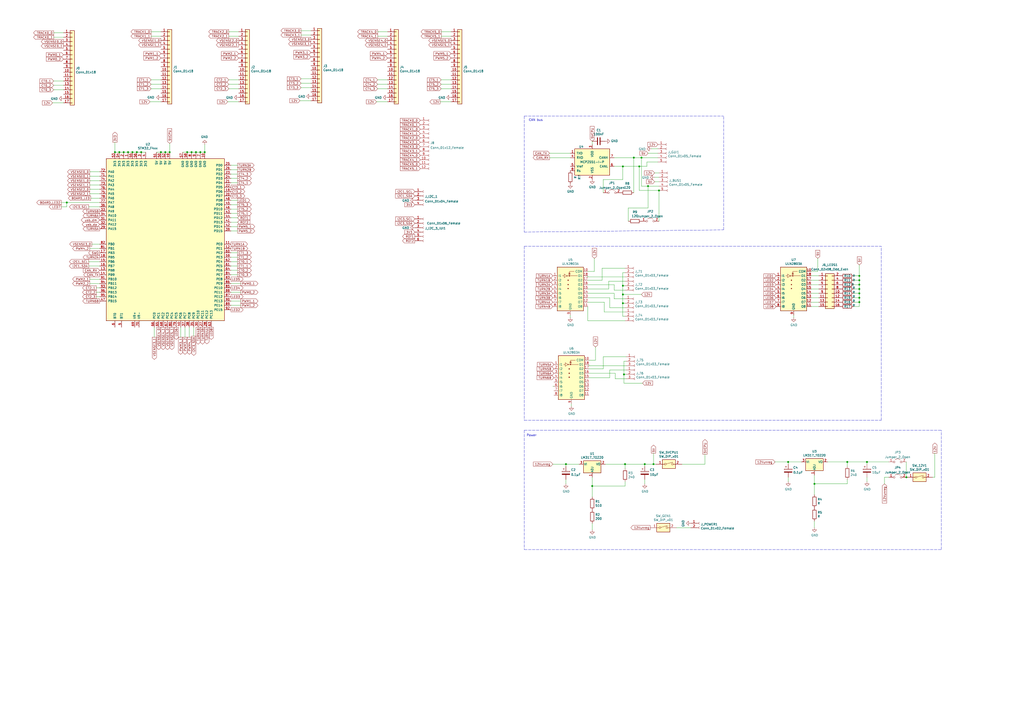
<source format=kicad_sch>
(kicad_sch (version 20211123) (generator eeschema)
  (paper "A2")
  (junction (at 498.475 175.26))
  (junction (at 38.735 117.475))
  (junction (at 472.44 280.67))
  (junction (at 79.375 88.265))
  (junction (at 95.885 88.265))
  (junction (at 498.475 165.1))
  (junction (at 74.295 88.265))
  (junction (at 93.345 88.265))
  (junction (at 457.2 267.97))
  (junction (at 71.755 88.265))
  (junction (at 118.745 88.265))
  (junction (at 498.475 167.64))
  (junction (at 362.585 269.24))
  (junction (at 113.665 88.265))
  (junction (at 370.84 96.52))
  (junction (at 498.475 172.72))
  (junction (at 98.425 88.265))
  (junction (at 498.475 170.18))
  (junction (at 375.92 107.95))
  (junction (at 502.92 267.97))
  (junction (at 108.585 88.265))
  (junction (at 361.315 96.52))
  (junction (at 367.665 91.44))
  (junction (at 76.835 88.265))
  (junction (at 111.125 88.265))
  (junction (at 361.95 217.17))
  (junction (at 361.315 165.735))
  (junction (at 525.78 276.86))
  (junction (at 66.675 88.265))
  (junction (at 361.315 175.895))
  (junction (at 491.49 267.97))
  (junction (at 116.205 88.265))
  (junction (at 498.475 160.02))
  (junction (at 343.535 281.94))
  (junction (at 328.295 269.24))
  (junction (at 382.27 110.49))
  (junction (at 374.015 269.24))
  (junction (at 81.915 88.265))
  (junction (at 361.315 170.815))
  (junction (at 379.095 269.24))
  (junction (at 69.215 88.265))
  (junction (at 498.475 162.56))
  (junction (at 372.11 91.44))
  (wire (pts (xy 219.075 18.415) (xy 224.79 18.415)))
  (wire (pts (xy 66.675 82.55) (xy 66.675 88.265)))
  (polyline (pts (xy 304.165 243.84) (xy 511.175 243.84)))
  (polyline (pts (xy 304.165 318.77) (xy 546.1 318.77)))
  (wire (pts (xy 93.345 88.265) (xy 90.805 88.265)))
  (wire (pts (xy 133.985 103.505) (xy 137.795 103.505)))
  (wire (pts (xy 495.3 165.1) (xy 498.475 165.1)))
  (wire (pts (xy 356.235 96.52) (xy 361.315 96.52)))
  (wire (pts (xy 139.7 169.545) (xy 133.985 169.545)))
  (wire (pts (xy 87.63 20.955) (xy 93.345 20.955)))
  (wire (pts (xy 133.985 146.685) (xy 137.795 146.685)))
  (wire (pts (xy 109.855 195.58) (xy 109.855 189.865)))
  (wire (pts (xy 472.44 302.26) (xy 472.44 306.07)))
  (wire (pts (xy 137.795 159.385) (xy 133.985 159.385)))
  (wire (pts (xy 375.285 93.98) (xy 381.635 93.98)))
  (polyline (pts (xy 419.735 133.35) (xy 419.735 67.31)))
  (wire (pts (xy 133.985 151.765) (xy 137.795 151.765)))
  (wire (pts (xy 320.675 269.24) (xy 328.295 269.24)))
  (wire (pts (xy 375.92 88.9) (xy 381.635 88.9)))
  (wire (pts (xy 470.535 167.64) (xy 474.98 167.64)))
  (wire (pts (xy 370.84 110.49) (xy 382.27 110.49)))
  (polyline (pts (xy 304.165 142.875) (xy 511.175 142.875)))
  (wire (pts (xy 349.885 111.76) (xy 349.885 104.14)))
  (wire (pts (xy 318.77 88.9) (xy 330.835 88.9)))
  (wire (pts (xy 495.3 160.02) (xy 498.475 160.02)))
  (wire (pts (xy 57.785 120.015) (xy 51.435 120.015)))
  (wire (pts (xy 370.84 96.52) (xy 375.285 96.52)))
  (wire (pts (xy 364.49 128.27) (xy 364.49 120.65)))
  (wire (pts (xy 79.375 88.265) (xy 81.915 88.265)))
  (wire (pts (xy 133.985 95.885) (xy 137.795 95.885)))
  (wire (pts (xy 498.475 165.1) (xy 498.475 167.64)))
  (wire (pts (xy 372.11 91.44) (xy 372.11 107.95)))
  (wire (pts (xy 331.47 235.585) (xy 331.47 234.315)))
  (wire (pts (xy 474.345 157.48) (xy 470.535 157.48)))
  (wire (pts (xy 491.49 267.97) (xy 491.49 270.51)))
  (wire (pts (xy 498.475 167.64) (xy 498.475 170.18)))
  (wire (pts (xy 345.44 201.295) (xy 345.44 208.915)))
  (wire (pts (xy 498.475 160.02) (xy 498.475 162.56)))
  (wire (pts (xy 57.785 99.695) (xy 52.07 99.695)))
  (wire (pts (xy 174.625 17.78) (xy 180.34 17.78)))
  (wire (pts (xy 174.625 45.72) (xy 180.34 45.72)))
  (wire (pts (xy 57.785 112.395) (xy 52.07 112.395)))
  (wire (pts (xy 349.885 104.14) (xy 361.315 104.14)))
  (wire (pts (xy 52.07 144.145) (xy 57.785 144.145)))
  (wire (pts (xy 344.805 149.86) (xy 344.805 157.48)))
  (wire (pts (xy 133.985 131.445) (xy 137.795 131.445)))
  (wire (pts (xy 353.695 172.72) (xy 340.995 172.72)))
  (wire (pts (xy 52.07 161.925) (xy 57.785 161.925)))
  (wire (pts (xy 116.205 88.265) (xy 118.745 88.265)))
  (wire (pts (xy 513.08 280.67) (xy 513.08 276.86)))
  (wire (pts (xy 362.585 178.435) (xy 353.695 178.435)))
  (wire (pts (xy 328.295 270.51) (xy 328.295 269.24)))
  (wire (pts (xy 180.34 58.42) (xy 173.99 58.42)))
  (wire (pts (xy 57.785 102.235) (xy 52.07 102.235)))
  (wire (pts (xy 375.285 93.98) (xy 375.285 96.52)))
  (wire (pts (xy 362.585 269.24) (xy 362.585 271.78)))
  (wire (pts (xy 361.315 170.815) (xy 372.11 170.815)))
  (wire (pts (xy 356.235 91.44) (xy 367.665 91.44)))
  (wire (pts (xy 382.27 110.49) (xy 382.27 128.27)))
  (wire (pts (xy 133.985 116.205) (xy 137.795 116.205)))
  (wire (pts (xy 133.985 100.965) (xy 137.795 100.965)))
  (wire (pts (xy 57.785 104.775) (xy 52.07 104.775)))
  (wire (pts (xy 219.075 48.895) (xy 224.79 48.895)))
  (wire (pts (xy 367.665 91.44) (xy 372.11 91.44)))
  (wire (pts (xy 335.915 269.24) (xy 328.295 269.24)))
  (wire (pts (xy 356.87 216.535) (xy 356.87 219.71)))
  (wire (pts (xy 353.695 219.075) (xy 341.63 219.075)))
  (wire (pts (xy 480.06 267.97) (xy 491.49 267.97)))
  (wire (pts (xy 219.075 20.955) (xy 224.79 20.955)))
  (wire (pts (xy 361.315 165.735) (xy 362.585 165.735)))
  (wire (pts (xy 343.535 281.94) (xy 343.535 288.29)))
  (wire (pts (xy 351.155 269.24) (xy 362.585 269.24)))
  (wire (pts (xy 474.345 149.86) (xy 474.345 157.48)))
  (wire (pts (xy 340.995 186.055) (xy 340.995 177.8)))
  (wire (pts (xy 133.985 106.045) (xy 137.795 106.045)))
  (wire (pts (xy 457.2 276.86) (xy 457.2 279.4)))
  (wire (pts (xy 472.44 280.67) (xy 472.44 275.59)))
  (wire (pts (xy 343.535 81.915) (xy 343.535 83.82)))
  (wire (pts (xy 470.535 165.1) (xy 474.98 165.1)))
  (wire (pts (xy 341.63 212.09) (xy 363.22 212.09)))
  (wire (pts (xy 356.235 165.1) (xy 356.235 168.275)))
  (wire (pts (xy 133.985 154.305) (xy 137.795 154.305)))
  (wire (pts (xy 57.785 167.005) (xy 55.88 167.005)))
  (wire (pts (xy 457.2 269.24) (xy 457.2 267.97)))
  (polyline (pts (xy 304.165 249.555) (xy 304.165 318.77)))
  (wire (pts (xy 31.115 46.99) (xy 36.83 46.99)))
  (wire (pts (xy 138.43 59.055) (xy 132.08 59.055)))
  (wire (pts (xy 137.795 126.365) (xy 133.985 126.365)))
  (wire (pts (xy 498.475 153.67) (xy 498.475 160.02)))
  (wire (pts (xy 38.735 120.015) (xy 38.735 117.475)))
  (wire (pts (xy 255.905 48.895) (xy 261.62 48.895)))
  (wire (pts (xy 174.625 20.32) (xy 180.34 20.32)))
  (wire (pts (xy 361.315 175.895) (xy 361.315 183.515)))
  (wire (pts (xy 133.985 118.745) (xy 137.795 118.745)))
  (wire (pts (xy 495.3 175.26) (xy 498.475 175.26)))
  (wire (pts (xy 364.49 120.65) (xy 375.92 120.65)))
  (wire (pts (xy 541.02 276.86) (xy 542.29 276.86)))
  (wire (pts (xy 111.125 88.265) (xy 113.665 88.265)))
  (wire (pts (xy 132.715 18.415) (xy 138.43 18.415)))
  (wire (pts (xy 491.49 267.97) (xy 502.92 267.97)))
  (wire (pts (xy 470.535 162.56) (xy 474.98 162.56)))
  (wire (pts (xy 362.585 180.975) (xy 350.52 180.975)))
  (wire (pts (xy 133.985 149.225) (xy 137.795 149.225)))
  (wire (pts (xy 362.585 183.515) (xy 361.315 183.515)))
  (wire (pts (xy 330.835 184.15) (xy 330.835 182.88)))
  (wire (pts (xy 502.92 279.4) (xy 502.92 276.86)))
  (wire (pts (xy 137.795 128.905) (xy 133.985 128.905)))
  (wire (pts (xy 31.115 21.59) (xy 36.83 21.59)))
  (wire (pts (xy 341.63 216.535) (xy 356.87 216.535)))
  (wire (pts (xy 361.95 222.25) (xy 372.745 222.25)))
  (wire (pts (xy 139.7 164.465) (xy 133.985 164.465)))
  (wire (pts (xy 69.215 88.265) (xy 71.755 88.265)))
  (wire (pts (xy 57.785 172.085) (xy 55.88 172.085)))
  (wire (pts (xy 133.985 121.285) (xy 137.795 121.285)))
  (wire (pts (xy 470.535 175.26) (xy 474.98 175.26)))
  (wire (pts (xy 133.985 123.825) (xy 137.795 123.825)))
  (wire (pts (xy 108.585 88.265) (xy 111.125 88.265)))
  (wire (pts (xy 255.905 20.955) (xy 261.62 20.955)))
  (wire (pts (xy 118.745 83.82) (xy 118.745 88.265)))
  (wire (pts (xy 353.695 178.435) (xy 353.695 172.72)))
  (polyline (pts (xy 304.165 134.62) (xy 419.735 133.35)))
  (wire (pts (xy 35.56 120.015) (xy 38.735 120.015)))
  (wire (pts (xy 400.685 306.07) (xy 392.43 306.07)))
  (wire (pts (xy 87.63 18.415) (xy 93.345 18.415)))
  (wire (pts (xy 460.375 184.15) (xy 460.375 182.88)))
  (wire (pts (xy 31.115 52.07) (xy 36.83 52.07)))
  (wire (pts (xy 361.315 175.895) (xy 362.585 175.895)))
  (wire (pts (xy 71.755 88.265) (xy 74.295 88.265)))
  (wire (pts (xy 379.73 100.33) (xy 382.27 100.33)))
  (wire (pts (xy 363.22 219.71) (xy 356.87 219.71)))
  (wire (pts (xy 341.63 212.09) (xy 341.63 211.455)))
  (wire (pts (xy 362.585 163.195) (xy 353.06 163.195)))
  (wire (pts (xy 57.785 109.855) (xy 52.07 109.855)))
  (wire (pts (xy 31.115 19.05) (xy 36.83 19.05)))
  (wire (pts (xy 107.315 195.58) (xy 107.315 189.865)))
  (wire (pts (xy 464.82 267.97) (xy 457.2 267.97)))
  (wire (pts (xy 356.235 170.18) (xy 340.995 170.18)))
  (wire (pts (xy 139.7 177.165) (xy 133.985 177.165)))
  (wire (pts (xy 57.785 114.935) (xy 52.705 114.935)))
  (wire (pts (xy 93.345 59.055) (xy 86.995 59.055)))
  (wire (pts (xy 57.785 151.765) (xy 51.435 151.765)))
  (wire (pts (xy 318.77 91.44) (xy 330.835 91.44)))
  (wire (pts (xy 361.315 170.815) (xy 361.315 165.735)))
  (wire (pts (xy 98.425 88.265) (xy 95.885 88.265)))
  (wire (pts (xy 139.7 174.625) (xy 133.985 174.625)))
  (wire (pts (xy 106.045 88.265) (xy 108.585 88.265)))
  (wire (pts (xy 36.83 59.69) (xy 30.48 59.69)))
  (wire (pts (xy 470.535 172.72) (xy 474.98 172.72)))
  (wire (pts (xy 66.675 88.265) (xy 69.215 88.265)))
  (wire (pts (xy 498.475 175.26) (xy 498.475 177.8)))
  (wire (pts (xy 361.95 217.17) (xy 363.22 217.17)))
  (wire (pts (xy 375.92 107.95) (xy 382.27 107.95)))
  (wire (pts (xy 502.92 267.97) (xy 515.62 267.97)))
  (wire (pts (xy 113.665 88.265) (xy 116.205 88.265)))
  (wire (pts (xy 472.44 280.67) (xy 472.44 287.02)))
  (wire (pts (xy 349.25 155.575) (xy 362.585 155.575)))
  (wire (pts (xy 361.315 96.52) (xy 370.84 96.52)))
  (wire (pts (xy 349.25 155.575) (xy 349.25 162.56)))
  (polyline (pts (xy 546.1 318.77) (xy 546.1 249.555)))
  (polyline (pts (xy 304.165 142.875) (xy 304.165 243.84)))
  (wire (pts (xy 470.535 170.18) (xy 474.98 170.18)))
  (wire (pts (xy 344.805 157.48) (xy 340.995 157.48)))
  (wire (pts (xy 219.075 46.355) (xy 224.79 46.355)))
  (wire (pts (xy 76.835 88.265) (xy 79.375 88.265)))
  (wire (pts (xy 133.985 133.985) (xy 137.795 133.985)))
  (wire (pts (xy 379.73 102.87) (xy 382.27 102.87)))
  (wire (pts (xy 374.015 269.24) (xy 379.095 269.24)))
  (wire (pts (xy 57.785 154.305) (xy 51.435 154.305)))
  (wire (pts (xy 57.785 169.545) (xy 55.88 169.545)))
  (wire (pts (xy 362.585 279.4) (xy 362.585 281.94)))
  (wire (pts (xy 174.625 50.8) (xy 180.34 50.8)))
  (polyline (pts (xy 511.175 243.84) (xy 511.175 142.875)))
  (wire (pts (xy 328.295 278.13) (xy 328.295 280.67)))
  (wire (pts (xy 52.07 164.465) (xy 57.785 164.465)))
  (wire (pts (xy 112.395 189.865) (xy 112.395 194.945)))
  (wire (pts (xy 502.92 269.24) (xy 502.92 267.97)))
  (wire (pts (xy 255.905 51.435) (xy 261.62 51.435)))
  (wire (pts (xy 495.3 172.72) (xy 498.475 172.72)))
  (wire (pts (xy 361.95 222.25) (xy 361.95 217.17)))
  (wire (pts (xy 81.915 88.265) (xy 84.455 88.265)))
  (wire (pts (xy 361.315 104.14) (xy 361.315 96.52)))
  (wire (pts (xy 349.885 207.01) (xy 349.885 213.995)))
  (wire (pts (xy 74.295 88.265) (xy 76.835 88.265)))
  (wire (pts (xy 349.885 207.01) (xy 363.22 207.01)))
  (wire (pts (xy 361.315 158.115) (xy 362.585 158.115)))
  (polyline (pts (xy 304.165 67.31) (xy 304.165 134.62)))
  (wire (pts (xy 87.63 51.435) (xy 93.345 51.435)))
  (wire (pts (xy 89.535 189.865) (xy 89.535 195.58)))
  (wire (pts (xy 491.49 278.13) (xy 491.49 280.67)))
  (wire (pts (xy 379.095 262.89) (xy 379.095 269.24)))
  (polyline (pts (xy 304.165 67.31) (xy 419.735 67.31)))
  (wire (pts (xy 132.715 51.435) (xy 138.43 51.435)))
  (wire (pts (xy 361.315 165.735) (xy 361.315 158.115)))
  (wire (pts (xy 379.73 105.41) (xy 382.27 105.41)))
  (wire (pts (xy 498.475 162.56) (xy 498.475 165.1)))
  (wire (pts (xy 362.585 173.355) (xy 356.235 173.355)))
  (wire (pts (xy 343.535 281.94) (xy 343.535 276.86)))
  (wire (pts (xy 87.63 48.895) (xy 93.345 48.895)))
  (wire (pts (xy 35.56 117.475) (xy 38.735 117.475)))
  (wire (pts (xy 470.535 160.02) (xy 474.98 160.02)))
  (wire (pts (xy 31.115 49.53) (xy 36.83 49.53)))
  (wire (pts (xy 95.885 88.265) (xy 93.345 88.265)))
  (wire (pts (xy 132.715 20.955) (xy 138.43 20.955)))
  (wire (pts (xy 53.34 141.605) (xy 57.785 141.605)))
  (wire (pts (xy 377.825 86.36) (xy 381.635 86.36)))
  (wire (pts (xy 340.995 160.655) (xy 362.585 160.655)))
  (wire (pts (xy 362.585 269.24) (xy 374.015 269.24)))
  (wire (pts (xy 345.44 208.915) (xy 341.63 208.915)))
  (wire (pts (xy 104.775 195.58) (xy 104.775 189.865)))
  (wire (pts (xy 133.985 98.425) (xy 137.795 98.425)))
  (wire (pts (xy 372.11 107.95) (xy 375.92 107.95)))
  (wire (pts (xy 513.08 276.86) (xy 515.62 276.86)))
  (wire (pts (xy 470.535 177.8) (xy 474.98 177.8)))
  (wire (pts (xy 261.62 59.055) (xy 255.27 59.055)))
  (wire (pts (xy 224.79 59.055) (xy 218.44 59.055)))
  (wire (pts (xy 133.985 156.845) (xy 137.795 156.845)))
  (wire (pts (xy 343.535 303.53) (xy 343.535 307.34)))
  (wire (pts (xy 367.665 91.44) (xy 367.665 111.76)))
  (wire (pts (xy 374.015 270.51) (xy 374.015 269.24)))
  (wire (pts (xy 320.675 224.155) (xy 321.31 224.155)))
  (wire (pts (xy 349.885 213.995) (xy 341.63 213.995)))
  (wire (pts (xy 542.29 276.86) (xy 542.29 262.89)))
  (wire (pts (xy 353.695 214.63) (xy 353.695 219.075)))
  (wire (pts (xy 340.995 165.1) (xy 356.235 165.1)))
  (wire (pts (xy 255.905 46.355) (xy 261.62 46.355)))
  (wire (pts (xy 491.49 280.67) (xy 472.44 280.67)))
  (wire (pts (xy 525.78 267.97) (xy 525.78 276.86)))
  (wire (pts (xy 361.315 175.895) (xy 361.315 170.815)))
  (wire (pts (xy 38.735 117.475) (xy 57.785 117.475)))
  (wire (pts (xy 98.425 83.185) (xy 98.425 88.265)))
  (wire (pts (xy 362.585 186.055) (xy 340.995 186.055)))
  (wire (pts (xy 498.475 170.18) (xy 498.475 172.72)))
  (wire (pts (xy 361.95 217.17) (xy 361.95 209.55)))
  (wire (pts (xy 370.84 96.52) (xy 370.84 110.49)))
  (wire (pts (xy 353.06 167.64) (xy 340.995 167.64)))
  (wire (pts (xy 498.475 172.72) (xy 498.475 175.26)))
  (wire (pts (xy 362.585 168.275) (xy 356.235 168.275)))
  (wire (pts (xy 374.015 280.67) (xy 374.015 278.13)))
  (wire (pts (xy 174.625 48.26) (xy 180.34 48.26)))
  (wire (pts (xy 350.52 180.975) (xy 350.52 175.26)))
  (wire (pts (xy 495.3 162.56) (xy 498.475 162.56)))
  (wire (pts (xy 379.095 269.24) (xy 380.365 269.24)))
  (wire (pts (xy 375.92 107.95) (xy 375.92 120.65)))
  (wire (pts (xy 363.22 214.63) (xy 353.695 214.63)))
  (wire (pts (xy 340.995 160.655) (xy 340.995 160.02)))
  (wire (pts (xy 219.075 51.435) (xy 224.79 51.435)))
  (wire (pts (xy 57.785 107.315) (xy 52.07 107.315)))
  (wire (pts (xy 449.58 267.97) (xy 457.2 267.97)))
  (wire (pts (xy 350.52 175.26) (xy 340.995 175.26)))
  (wire (pts (xy 87.63 46.355) (xy 93.345 46.355)))
  (wire (pts (xy 408.94 269.24) (xy 408.94 263.525)))
  (wire (pts (xy 362.585 281.94) (xy 343.535 281.94)))
  (wire (pts (xy 395.605 269.24) (xy 408.94 269.24)))
  (wire (pts (xy 495.3 167.64) (xy 498.475 167.64)))
  (wire (pts (xy 132.715 48.895) (xy 138.43 48.895)))
  (wire (pts (xy 495.3 177.8) (xy 498.475 177.8)))
  (wire (pts (xy 132.715 46.355) (xy 138.43 46.355)))
  (wire (pts (xy 356.235 173.355) (xy 356.235 170.18)))
  (wire (pts (xy 353.06 163.195) (xy 353.06 167.64)))
  (wire (pts (xy 255.905 18.415) (xy 261.62 18.415)))
  (polyline (pts (xy 304.165 249.555) (xy 546.1 249.555)))
  (wire (pts (xy 349.25 162.56) (xy 340.995 162.56)))
  (wire (pts (xy 498.475 170.18) (xy 495.3 170.18)))
  (wire (pts (xy 372.11 91.44) (xy 381.635 91.44)))
  (wire (pts (xy 361.95 209.55) (xy 363.22 209.55)))
  (text "CAN bus" (at 306.705 70.485 0) (effects (font (size 1.27 1.27)) (justify left bottom)))
  (text "Power" (at 305.435 253.365 0) (effects (font (size 1.27 1.27)) (justify left bottom)))
  (global_label "BOARD_LED" (shape output) (at 52.705 114.935 180) (property "Intersheet References" "${INTERSHEET_REFS}" (effects hide)))
  (global_label "PWM4_1" (shape input) (at 224.79 31.115 180) (property "Intersheet References" "${INTERSHEET_REFS}" (effects hide)))
  (global_label "CT1_1" (shape input) (at 87.63 46.355 180) (property "Intersheet References" "${INTERSHEET_REFS}" (effects hide)))
  (global_label "PWM3_2" (shape output) (at 107.315 195.58 270) (property "Intersheet References" "${INTERSHEET_REFS}" (effects hide)))
  (global_label "LED6" (shape output) (at 102.235 189.865 270) (property "Intersheet References" "${INTERSHEET_REFS}" (effects hide)))
  (global_label "TURN4A" (shape output) (at 120.015 189.865 270) (property "Intersheet References" "${INTERSHEET_REFS}" (effects hide)))
  (global_label "VSENSE0_0" (shape output) (at 36.83 24.13 180) (property "Intersheet References" "${INTERSHEET_REFS}" (effects hide)))
  (global_label "ROT2" (shape output) (at 240.665 139.7 180) (property "Intersheet References" "${INTERSHEET_REFS}" (effects hide)))
  (global_label "usb_dm" (shape bidirectional) (at 57.785 127.635 180) (property "Intersheet References" "${INTERSHEET_REFS}" (effects hide)))
  (global_label "CT5_1" (shape output) (at 137.795 123.825 0) (property "Intersheet References" "${INTERSHEET_REFS}" (effects hide)))
  (global_label "I2C1_SCL" (shape output) (at 51.435 151.765 180) (property "Intersheet References" "${INTERSHEET_REFS}" (effects hide)))
  (global_label "LED4" (shape input) (at 450.215 167.64 180) (property "Intersheet References" "${INTERSHEET_REFS}" (effects hide)))
  (global_label "PWM4_2" (shape input) (at 224.79 33.655 180) (property "Intersheet References" "${INTERSHEET_REFS}" (effects hide)))
  (global_label "VSENSE3_1" (shape output) (at 180.34 25.4 180) (property "Intersheet References" "${INTERSHEET_REFS}" (effects hide)))
  (global_label "usb_dp" (shape bidirectional) (at 57.785 130.175 180) (property "Intersheet References" "${INTERSHEET_REFS}" (effects hide)))
  (global_label "12V" (shape input) (at 379.73 100.33 180) (property "Intersheet References" "${INTERSHEET_REFS}" (effects hide)))
  (global_label "TRACK1_0" (shape input) (at 243.84 74.93 180) (property "Intersheet References" "${INTERSHEET_REFS}" (effects hide)))
  (global_label "TURN6A" (shape output) (at 57.785 125.095 180) (property "Intersheet References" "${INTERSHEET_REFS}" (effects hide)))
  (global_label "LED5" (shape output) (at 133.985 161.925 0) (property "Intersheet References" "${INTERSHEET_REFS}" (effects hide)))
  (global_label "TRACK0_1" (shape input) (at 243.84 72.39 180) (property "Intersheet References" "${INTERSHEET_REFS}" (effects hide)))
  (global_label "VSENSE4_1" (shape output) (at 94.615 189.865 270) (property "Intersheet References" "${INTERSHEET_REFS}" (effects hide)))
  (global_label "TURN3A" (shape input) (at 320.675 170.18 180) (property "Intersheet References" "${INTERSHEET_REFS}" (effects hide)))
  (global_label "CT4_1" (shape output) (at 137.795 106.045 0) (property "Intersheet References" "${INTERSHEET_REFS}" (effects hide)))
  (global_label "12V" (shape output) (at 255.27 59.055 180) (property "Intersheet References" "${INTERSHEET_REFS}" (effects hide)))
  (global_label "SWO" (shape output) (at 57.785 146.685 180) (property "Intersheet References" "${INTERSHEET_REFS}" (effects hide)))
  (global_label "CT0_1" (shape output) (at 137.795 151.765 0) (property "Intersheet References" "${INTERSHEET_REFS}" (effects hide)))
  (global_label "PWM0_2" (shape input) (at 36.83 34.29 180) (property "Intersheet References" "${INTERSHEET_REFS}" (effects hide)))
  (global_label "PWM0_1" (shape input) (at 36.83 31.75 180) (property "Intersheet References" "${INTERSHEET_REFS}" (effects hide)))
  (global_label "TURN1B" (shape output) (at 133.985 144.145 0) (property "Intersheet References" "${INTERSHEET_REFS}" (effects hide)))
  (global_label "VSENSE1_1" (shape output) (at 52.07 107.315 180) (property "Intersheet References" "${INTERSHEET_REFS}" (effects hide)))
  (global_label "I2C3_SDA" (shape output) (at 112.395 194.945 270) (property "Intersheet References" "${INTERSHEET_REFS}" (effects hide)))
  (global_label "PWM0_2" (shape output) (at 139.7 169.545 0) (property "Intersheet References" "${INTERSHEET_REFS}" (effects hide)))
  (global_label "PWM1_1" (shape output) (at 139.7 174.625 0) (property "Intersheet References" "${INTERSHEET_REFS}" (effects hide)))
  (global_label "VSENSE0_0" (shape output) (at 52.07 99.695 180) (property "Intersheet References" "${INTERSHEET_REFS}" (effects hide)))
  (global_label "TURN1B" (shape input) (at 320.675 162.56 180) (property "Intersheet References" "${INTERSHEET_REFS}" (effects hide)))
  (global_label "TURN4B" (shape output) (at 114.935 189.865 270) (property "Intersheet References" "${INTERSHEET_REFS}" (effects hide)))
  (global_label "CT4_2" (shape input) (at 219.075 48.895 180) (property "Intersheet References" "${INTERSHEET_REFS}" (effects hide)))
  (global_label "12Vunreg" (shape input) (at 449.58 267.97 180) (property "Intersheet References" "${INTERSHEET_REFS}" (effects hide)))
  (global_label "CT1_2" (shape input) (at 87.63 48.895 180) (property "Intersheet References" "${INTERSHEET_REFS}" (effects hide)))
  (global_label "VSENSE5_0" (shape output) (at 97.155 189.865 270) (property "Intersheet References" "${INTERSHEET_REFS}" (effects hide)))
  (global_label "CAN_TX" (shape input) (at 318.77 88.9 180) (property "Intersheet References" "${INTERSHEET_REFS}" (effects hide)))
  (global_label "CT0_2" (shape output) (at 137.795 156.845 0) (property "Intersheet References" "${INTERSHEET_REFS}" (effects hide)))
  (global_label "12Vunreg" (shape input) (at 320.675 269.24 180) (property "Intersheet References" "${INTERSHEET_REFS}" (effects hide)))
  (global_label "TRACK3_0" (shape input) (at 243.84 85.09 180) (property "Intersheet References" "${INTERSHEET_REFS}" (effects hide)))
  (global_label "BOARD_LED2" (shape output) (at 35.56 117.475 180) (property "Intersheet References" "${INTERSHEET_REFS}" (effects hide)))
  (global_label "VSENSE4_0" (shape output) (at 224.79 23.495 180) (property "Intersheet References" "${INTERSHEET_REFS}" (effects hide)))
  (global_label "VSENSE5_1" (shape output) (at 261.62 26.035 180) (property "Intersheet References" "${INTERSHEET_REFS}" (effects hide)))
  (global_label "12V" (shape input) (at 173.99 58.42 180) (property "Intersheet References" "${INTERSHEET_REFS}" (effects hide)))
  (global_label "CT3_1" (shape output) (at 133.985 108.585 0) (property "Intersheet References" "${INTERSHEET_REFS}" (effects hide)))
  (global_label "VSENSE0_1" (shape output) (at 52.07 102.235 180) (property "Intersheet References" "${INTERSHEET_REFS}" (effects hide)))
  (global_label "PWM2_1" (shape output) (at 52.07 161.925 180) (property "Intersheet References" "${INTERSHEET_REFS}" (effects hide)))
  (global_label "CT3_3" (shape input) (at 174.625 50.8 180) (property "Intersheet References" "${INTERSHEET_REFS}" (effects hide)))
  (global_label "VSENSE4_0" (shape output) (at 92.075 189.865 270) (property "Intersheet References" "${INTERSHEET_REFS}" (effects hide)))
  (global_label "TRACK2_0" (shape input) (at 243.84 80.01 180) (property "Intersheet References" "${INTERSHEET_REFS}" (effects hide)))
  (global_label "CAN_RX" (shape output) (at 318.77 91.44 180) (property "Intersheet References" "${INTERSHEET_REFS}" (effects hide)))
  (global_label "TRACK5_0" (shape input) (at 243.84 95.25 180) (property "Intersheet References" "${INTERSHEET_REFS}" (effects hide)))
  (global_label "TURN3B" (shape output) (at 117.475 189.865 270) (property "Intersheet References" "${INTERSHEET_REFS}" (effects hide)))
  (global_label "12V" (shape output) (at 542.29 262.89 90) (property "Intersheet References" "${INTERSHEET_REFS}" (effects hide)))
  (global_label "TURN3A" (shape output) (at 137.795 95.885 0) (property "Intersheet References" "${INTERSHEET_REFS}" (effects hide)))
  (global_label "TURN4A" (shape input) (at 320.675 175.26 180) (property "Intersheet References" "${INTERSHEET_REFS}" (effects hide)))
  (global_label "CT2_2" (shape output) (at 55.88 169.545 180) (property "Intersheet References" "${INTERSHEET_REFS}" (effects hide)))
  (global_label "TRACK2_0" (shape output) (at 132.715 18.415 180) (property "Intersheet References" "${INTERSHEET_REFS}" (effects hide)))
  (global_label "CT3_2" (shape input) (at 174.625 48.26 180) (property "Intersheet References" "${INTERSHEET_REFS}" (effects hide)))
  (global_label "TRACK4_1" (shape input) (at 243.84 92.71 180) (property "Intersheet References" "${INTERSHEET_REFS}" (effects hide)))
  (global_label "TURN2B" (shape output) (at 137.795 98.425 0) (property "Intersheet References" "${INTERSHEET_REFS}" (effects hide)))
  (global_label "CT5_3" (shape input) (at 255.905 51.435 180) (property "Intersheet References" "${INTERSHEET_REFS}" (effects hide)))
  (global_label "TURN5A" (shape input) (at 321.31 211.455 180) (property "Intersheet References" "${INTERSHEET_REFS}" (effects hide)))
  (global_label "I2C3_SCL" (shape input) (at 240.665 127 180) (property "Intersheet References" "${INTERSHEET_REFS}" (effects hide)))
  (global_label "TRACK5_1" (shape input) (at 243.84 97.79 180) (property "Intersheet References" "${INTERSHEET_REFS}" (effects hide)))
  (global_label "LED3" (shape output) (at 133.985 172.085 0) (property "Intersheet References" "${INTERSHEET_REFS}" (effects hide)))
  (global_label "I2C1_SCL" (shape input) (at 240.665 111.125 180) (property "Intersheet References" "${INTERSHEET_REFS}" (effects hide)))
  (global_label "TURN1A" (shape output) (at 133.985 141.605 0) (property "Intersheet References" "${INTERSHEET_REFS}" (effects hide)))
  (global_label "5VCPU" (shape input) (at 343.535 81.915 90) (property "Intersheet References" "${INTERSHEET_REFS}" (effects hide)))
  (global_label "PWM3_1" (shape input) (at 180.34 30.48 180) (property "Intersheet References" "${INTERSHEET_REFS}" (effects hide)))
  (global_label "VSENSE2_0" (shape output) (at 138.43 23.495 180) (property "Intersheet References" "${INTERSHEET_REFS}" (effects hide)))
  (global_label "12V" (shape input) (at 132.08 59.055 180) (property "Intersheet References" "${INTERSHEET_REFS}" (effects hide)))
  (global_label "CT4_1" (shape input) (at 219.075 46.355 180) (property "Intersheet References" "${INTERSHEET_REFS}" (effects hide)))
  (global_label "CT4_3" (shape output) (at 137.795 100.965 0) (property "Intersheet References" "${INTERSHEET_REFS}" (effects hide)))
  (global_label "VSENSE2_1" (shape output) (at 138.43 26.035 180) (property "Intersheet References" "${INTERSHEET_REFS}" (effects hide)))
  (global_label "TRACK4_0" (shape output) (at 219.075 18.415 180) (property "Intersheet References" "${INTERSHEET_REFS}" (effects hide)))
  (global_label "5VCPU" (shape output) (at 408.94 263.525 90) (property "Intersheet References" "${INTERSHEET_REFS}" (effects hide)))
  (global_label "LED8" (shape output) (at 122.555 189.865 270) (property "Intersheet References" "${INTERSHEET_REFS}" (effects hide)))
  (global_label "PWM1_2" (shape input) (at 93.345 33.655 180) (property "Intersheet References" "${INTERSHEET_REFS}" (effects hide)))
  (global_label "I2C3_SDA" (shape input) (at 240.665 129.54 180) (property "Intersheet References" "${INTERSHEET_REFS}" (effects hide)))
  (global_label "TRACK2_1" (shape output) (at 132.715 20.955 180) (property "Intersheet References" "${INTERSHEET_REFS}" (effects hide)))
  (global_label "PWM5_1" (shape input) (at 261.62 31.115 180) (property "Intersheet References" "${INTERSHEET_REFS}" (effects hide)))
  (global_label "VSENSE3_0" (shape output) (at 53.34 141.605 180) (property "Intersheet References" "${INTERSHEET_REFS}" (effects hide)))
  (global_label "ROT2" (shape input) (at 137.795 128.905 0) (property "Intersheet References" "${INTERSHEET_REFS}" (effects hide)))
  (global_label "PWM2_1" (shape input) (at 138.43 31.115 180) (property "Intersheet References" "${INTERSHEET_REFS}" (effects hide)))
  (global_label "12V" (shape input) (at 218.44 59.055 180) (property "Intersheet References" "${INTERSHEET_REFS}" (effects hide)))
  (global_label "TRACK1_0" (shape output) (at 87.63 18.415 180) (property "Intersheet References" "${INTERSHEET_REFS}" (effects hide)))
  (global_label "3V3" (shape input) (at 240.665 118.745 180) (property "Intersheet References" "${INTERSHEET_REFS}" (effects hide)))
  (global_label "PWM3_1" (shape output) (at 104.775 195.58 270) (property "Intersheet References" "${INTERSHEET_REFS}" (effects hide)))
  (global_label "CT1_1" (shape output) (at 137.795 154.305 0) (property "Intersheet References" "${INTERSHEET_REFS}" (effects hide)))
  (global_label "PWM5_2" (shape input) (at 261.62 33.655 180) (property "Intersheet References" "${INTERSHEET_REFS}" (effects hide)))
  (global_label "CT2_3" (shape output) (at 55.88 172.085 180) (property "Intersheet References" "${INTERSHEET_REFS}" (effects hide)))
  (global_label "5VCPU" (shape input) (at 98.425 83.185 90) (property "Intersheet References" "${INTERSHEET_REFS}" (effects hide)))
  (global_label "VSENSE3_1" (shape output) (at 89.535 195.58 270) (property "Intersheet References" "${INTERSHEET_REFS}" (effects hide)))
  (global_label "CT0_1" (shape input) (at 31.115 46.99 180) (property "Intersheet References" "${INTERSHEET_REFS}" (effects hide)))
  (global_label "TRACK3_1" (shape input) (at 243.84 87.63 180) (property "Intersheet References" "${INTERSHEET_REFS}" (effects hide)))
  (global_label "CT2_1" (shape output) (at 55.88 167.005 180) (property "Intersheet References" "${INTERSHEET_REFS}" (effects hide)))
  (global_label "PWM0_1" (shape output) (at 139.7 164.465 0) (property "Intersheet References" "${INTERSHEET_REFS}" (effects hide)))
  (global_label "TRACK3_1" (shape output) (at 174.625 20.32 180) (property "Intersheet References" "${INTERSHEET_REFS}" (effects hide)))
  (global_label "ROT1" (shape input) (at 137.795 126.365 0) (property "Intersheet References" "${INTERSHEET_REFS}" (effects hide)))
  (global_label "VSENSE4_1" (shape output) (at 224.79 26.035 180) (property "Intersheet References" "${INTERSHEET_REFS}" (effects hide)))
  (global_label "TURN3B" (shape input) (at 320.675 172.72 180) (property "Intersheet References" "${INTERSHEET_REFS}" (effects hide)))
  (global_label "5V" (shape input) (at 498.475 153.67 90) (property "Intersheet References" "${INTERSHEET_REFS}" (effects hide)))
  (global_label "TRACK4_0" (shape input) (at 243.84 90.17 180) (property "Intersheet References" "${INTERSHEET_REFS}" (effects hide)))
  (global_label "TRACK3_0" (shape output) (at 174.625 17.78 180) (property "Intersheet References" "${INTERSHEET_REFS}" (effects hide)))
  (global_label "VSENSE3_0" (shape output) (at 180.34 22.86 180) (property "Intersheet References" "${INTERSHEET_REFS}" (effects hide)))
  (global_label "CT2_2" (shape input) (at 132.715 48.895 180) (property "Intersheet References" "${INTERSHEET_REFS}" (effects hide)))
  (global_label "LED6" (shape input) (at 450.215 172.72 180) (property "Intersheet References" "${INTERSHEET_REFS}" (effects hide)))
  (global_label "TURN2A" (shape output) (at 57.785 149.225 180) (property "Intersheet References" "${INTERSHEET_REFS}" (effects hide)))
  (global_label "PWM1_1" (shape input) (at 93.345 31.115 180) (property "Intersheet References" "${INTERSHEET_REFS}" (effects hide)))
  (global_label "TRACK5_0" (shape output) (at 255.905 18.415 180) (property "Intersheet References" "${INTERSHEET_REFS}" (effects hide)))
  (global_label "12V" (shape input) (at 344.805 149.86 90) (property "Intersheet References" "${INTERSHEET_REFS}" (effects hide)))
  (global_label "PWM2_2" (shape output) (at 52.07 164.465 180) (property "Intersheet References" "${INTERSHEET_REFS}" (effects hide)))
  (global_label "LED2" (shape output) (at 133.985 179.705 0) (property "Intersheet References" "${INTERSHEET_REFS}" (effects hide)))
  (global_label "3V3" (shape input) (at 240.665 134.62 180) (property "Intersheet References" "${INTERSHEET_REFS}" (effects hide)))
  (global_label "ROT1" (shape output) (at 240.665 137.16 180) (property "Intersheet References" "${INTERSHEET_REFS}" (effects hide)))
  (global_label "VSENSE5_0" (shape output) (at 261.62 23.495 180) (property "Intersheet References" "${INTERSHEET_REFS}" (effects hide)))
  (global_label "TRACK1_1" (shape input) (at 243.84 77.47 180) (property "Intersheet References" "${INTERSHEET_REFS}" (effects hide)))
  (global_label "LED5" (shape input) (at 450.215 170.18 180) (property "Intersheet References" "${INTERSHEET_REFS}" (effects hide)))
  (global_label "CT0_3" (shape output) (at 137.795 159.385 0) (property "Intersheet References" "${INTERSHEET_REFS}" (effects hide)))
  (global_label "12V" (shape input) (at 86.995 59.055 180) (property "Intersheet References" "${INTERSHEET_REFS}" (effects hide)))
  (global_label "PWM5_2" (shape output) (at 137.795 133.985 0) (property "Intersheet References" "${INTERSHEET_REFS}" (effects hide)))
  (global_label "TURN2B" (shape input) (at 320.675 167.64 180) (property "Intersheet References" "${INTERSHEET_REFS}" (effects hide)))
  (global_label "PWM5_1" (shape output) (at 137.795 131.445 0) (property "Intersheet References" "${INTERSHEET_REFS}" (effects hide)))
  (global_label "CAN_TX" (shape output) (at 57.785 159.385 180) (property "Intersheet References" "${INTERSHEET_REFS}" (effects hide)))
  (global_label "TURN1A" (shape input) (at 320.675 160.02 180) (property "Intersheet References" "${INTERSHEET_REFS}" (effects hide)))
  (global_label "TURN5B" (shape output) (at 57.785 122.555 180) (property "Intersheet References" "${INTERSHEET_REFS}" (effects hide)))
  (global_label "3V3" (shape output) (at 66.675 82.55 90) (property "Intersheet References" "${INTERSHEET_REFS}" (effects hide)))
  (global_label "CT4_3" (shape input) (at 219.075 51.435 180) (property "Intersheet References" "${INTERSHEET_REFS}" (effects hide)))
  (global_label "PWM4_2" (shape output) (at 52.07 144.145 180) (property "Intersheet References" "${INTERSHEET_REFS}" (effects hide)))
  (global_label "12Vunreg" (shape input) (at 513.08 280.67 270) (property "Intersheet References" "${INTERSHEET_REFS}" (effects hide)))
  (global_label "CT3_2" (shape output) (at 133.985 111.125 0) (property "Intersheet References" "${INTERSHEET_REFS}" (effects hide)))
  (global_label "I2C1_SDA" (shape output) (at 51.435 154.305 180) (property "Intersheet References" "${INTERSHEET_REFS}" (effects hide)))
  (global_label "VSENSE2_1" (shape output) (at 52.07 112.395 180) (property "Intersheet References" "${INTERSHEET_REFS}" (effects hide)))
  (global_label "LED1" (shape input) (at 450.215 160.02 180) (property "Intersheet References" "${INTERSHEET_REFS}" (effects hide)))
  (global_label "LED8" (shape input) (at 450.215 177.8 180) (property "Intersheet References" "${INTERSHEET_REFS}" (effects hide)))
  (global_label "PWM1_2" (shape output) (at 139.7 177.165 0) (property "Intersheet References" "${INTERSHEET_REFS}" (effects hide)))
  (global_label "TURN5A" (shape output) (at 57.785 132.715 180) (property "Intersheet References" "${INTERSHEET_REFS}" (effects hide)))
  (global_label "CT5_2" (shape output) (at 137.795 121.285 0) (property "Intersheet References" "${INTERSHEET_REFS}" (effects hide)))
  (global_label "VSENSE1_0" (shape output) (at 52.07 104.775 180) (property "Intersheet References" "${INTERSHEET_REFS}" (effects hide)))
  (global_label "PWM4_1" (shape output) (at 109.855 195.58 270) (property "Intersheet References" "${INTERSHEET_REFS}" (effects hide)))
  (global_label "LED3" (shape input) (at 450.215 165.1 180) (property "Intersheet References" "${INTERSHEET_REFS}" (effects hide)))
  (global_label "CT5_2" (shape input) (at 255.905 48.895 180) (property "Intersheet References" "${INTERSHEET_REFS}" (effects hide)))
  (global_label "CT1_3" (shape output) (at 137.795 146.685 0) (property "Intersheet References" "${INTERSHEET_REFS}" (effects hide)))
  (global_label "TURN2A" (shape input) (at 320.675 165.1 180) (property "Intersheet References" "${INTERSHEET_REFS}" (effects hide)))
  (global_label "PWM3_2" (shape input) (at 180.34 33.02 180) (property "Intersheet References" "${INTERSHEET_REFS}" (effects hide)))
  (global_label "TURN6B" (shape output) (at 57.785 174.625 180) (property "Intersheet References" "${INTERSHEET_REFS}" (effects hide)))
  (global_label "12V" (shape input) (at 345.44 201.295 90) (property "Intersheet References" "${INTERSHEET_REFS}" (effects hide)))
  (global_label "TURN4B" (shape input) (at 320.675 177.8 180) (property "Intersheet References" "${INTERSHEET_REFS}" (effects hide)))
  (global_label "12V" (shape input) (at 381.635 83.82 180) (property "Intersheet References" "${INTERSHEET_REFS}" (effects hide)))
  (global_label "12V" (shape input) (at 372.745 222.25 0) (property "Intersheet References" "${INTERSHEET_REFS}" (effects hide)))
  (global_label "LED2" (shape input) (at 450.215 162.56 180) (property "Intersheet References" "${INTERSHEET_REFS}" (effects hide)))
  (global_label "VSENSE0_1" (shape output) (at 36.83 26.67 180) (property "Intersheet References" "${INTERSHEET_REFS}" (effects hide)))
  (global_label "12Vunreg" (shape output) (at 377.19 306.07 180) (property "Intersheet References" "${INTERSHEET_REFS}" (effects hide)))
  (global_label "5V" (shape input) (at 474.345 149.86 90) (property "Intersheet References" "${INTERSHEET_REFS}" (effects hide)))
  (global_label "TRACK0_0" (shape input) (at 243.84 69.85 180) (property "Intersheet References" "${INTERSHEET_REFS}" (effects hide)))
  (global_label "CT5_1" (shape input) (at 255.905 46.355 180) (property "Intersheet References" "${INTERSHEET_REFS}" (effects hide)))
  (global_label "CT1_3" (shape input) (at 87.63 51.435 180) (property "Intersheet References" "${INTERSHEET_REFS}" (effects hide)))
  (global_label "LED4" (shape output) (at 133.985 167.005 0) (property "Intersheet References" "${INTERSHEET_REFS}" (effects hide)))
  (global_label "TRACK1_1" (shape output) (at 87.63 20.955 180) (property "Intersheet References" "${INTERSHEET_REFS}" (effects hide)))
  (global_label "CT0_2" (shape input) (at 31.115 49.53 180) (property "Intersheet References" "${INTERSHEET_REFS}" (effects hide)))
  (global_label "CT3_3" (shape output) (at 133.985 113.665 0) (property "Intersheet References" "${INTERSHEET_REFS}" (effects hide)))
  (global_label "TRACK5_1" (shape output) (at 255.905 20.955 180) (property "Intersheet References" "${INTERSHEET_REFS}" (effects hide)))
  (global_label "12V" (shape input) (at 372.11 170.815 0) (property "Intersheet References" "${INTERSHEET_REFS}" (effects hide)))
  (global_label "VSENSE1_1" (shape output) (at 93.345 26.035 180) (property "Intersheet References" "${INTERSHEET_REFS}" (effects hide)))
  (global_label "LED7" (shape input) (at 450.215 175.26 180) (property "Intersheet References" "${INTERSHEET_REFS}" (effects hide)))
  (global_label "12V" (shape input) (at 30.48 59.69 180) (property "Intersheet References" "${INTERSHEET_REFS}" (effects hide)))
  (global_label "CT3_1" (shape input) (at 174.625 45.72 180) (property "Intersheet References" "${INTERSHEET_REFS}" (effects hide)))
  (global_label "5V" (shape input) (at 375.92 88.9 180) (property "Intersheet References" "${INTERSHEET_REFS}" (effects hide)))
  (global_label "TRACK4_1" (shape output) (at 219.075 20.955 180) (property "Intersheet References" "${INTERSHEET_REFS}" (effects hide)))
  (global_label "VSENSE1_0" (shape output) (at 93.345 23.495 180) (property "Intersheet References" "${INTERSHEET_REFS}" (effects hide)))
  (global_label "CT1_2" (shape output) (at 137.795 149.225 0) (property "Intersheet References" "${INTERSHEET_REFS}" (effects hide)))
  (global_label "TURN6B" (shape input) (at 321.31 219.075 180) (property "Intersheet References" "${INTERSHEET_REFS}" (effects hide)))
  (global_label "CT2_3" (shape input) (at 132.715 51.435 180) (property "Intersheet References" "${INTERSHEET_REFS}" (effects hide)))
  (global_label "TRACK2_1" (shape input) (at 243.84 82.55 180) (property "Intersheet References" "${INTERSHEET_REFS}" (effects hide)))
  (global_label "LED1" (shape output) (at 137.795 116.205 0) (property "Intersheet References" "${INTERSHEET_REFS}" (effects hide)))
  (global_label "PWM2_2" (shape input) (at 138.43 33.655 180) (property "Intersheet References" "${INTERSHEET_REFS}" (effects hide)))
  (global_label "CT0_3" (shape input) (at 31.115 52.07 180) (property "Intersheet References" "${INTERSHEET_REFS}" (effects hide)))
  (global_label "CT2_1" (shape input) (at 132.715 46.355 180) (property "Intersheet References" "${INTERSHEET_REFS}" (effects hide)))
  (global_label "TRACK0_1" (shape output) (at 31.115 21.59 180) (property "Intersheet References" "${INTERSHEET_REFS}" (effects hide)))
  (global_label "TURN5B" (shape input) (at 321.31 213.995 180) (property "Intersheet References" "${INTERSHEET_REFS}" (effects hide)))
  (global_label "I2C1_SDA" (shape input) (at 240.665 113.665 180) (property "Intersheet References" "${INTERSHEET_REFS}" (effects hide)))
  (global_label "5V" (shape input) (at 379.73 105.41 180) (property "Intersheet References" "${INTERSHEET_REFS}" (effects hide)))
  (global_label "CT4_2" (shape output) (at 137.795 103.505 0) (property "Intersheet References" "${INTERSHEET_REFS}" (effects hide)))
  (global_label "TRACK0_0" (shape output) (at 31.115 19.05 180) (property "Intersheet References" "${INTERSHEET_REFS}" (effects hide)))
  (global_label "I2C3_SCL" (shape output) (at 51.435 120.015 180) (property "Intersheet References" "${INTERSHEET_REFS}" (effects hide)))
  (global_label "VSENSE2_0" (shape output) (at 52.07 109.855 180) (property "Intersheet References" "${INTERSHEET_REFS}" (effects hide)))
  (global_label "CAN_RX" (shape input) (at 57.785 156.845 180) (property "Intersheet References" "${INTERSHEET_REFS}" (effects hide)))
  (global_label "CT5_3" (shape output) (at 137.795 118.745 0) (property "Intersheet References" "${INTERSHEET_REFS}" (effects hide)))
  (global_label "TURN6A" (shape input) (at 321.31 216.535 180) (property "Intersheet References" "${INTERSHEET_REFS}" (effects hide)))
  (global_label "LED7" (shape output) (at 35.56 120.015 180) (property "Intersheet References" "${INTERSHEET_REFS}" (effects hide)))
  (global_label "VSENSE5_1" (shape output) (at 99.695 189.865 270) (property "Intersheet References" "${INTERSHEET_REFS}" (effects hide)))
  (global_label "5V" (shape output) (at 379.095 262.89 90) (property "Intersheet References" "${INTERSHEET_REFS}" (effects hide)))
  (symbol (lib_id "power:GND") (at 328.295 280.67 0) (unit 1)
    (property "Reference" "#PWR0113" (effects hide))
    (property "Value" "GND" (at 328.422 285.0642 0))
  )
  (symbol (lib_id "Connector:Conn_01x03_Female") (at 368.3 209.55 0) (unit 1)
    (property "Reference" "J_T5" (at 369.0112 208.8896 0) (effects (justify left)))
    (property "Value" "Conn_01x03_Female" (at 369.0112 211.201 0) (effects (justify left)))
    (property "Footprint" "Connector_PinHeader_2.54mm:PinHeader_1x03_P2.54mm_Vertical" (effects hide))
  )
  (symbol (lib_id "Device:R") (at 491.49 165.1 90) (unit 1)
    (property "Reference" "R12" (at 491.49 165.1 90))
    (property "Value" "R" (at 494.665 165.1 90))
    (property "Footprint" "Resistor_THT:R_Axial_DIN0207_L6.3mm_D2.5mm_P7.62mm_Horizontal" (effects hide))
  )
  (symbol (lib_id "power:GND") (at 472.44 306.07 0) (unit 1)
    (property "Reference" "#PWR0117" (effects hide))
    (property "Value" "GND" (at 472.567 310.4642 0))
  )
  (symbol (lib_id "power:GND") (at 261.62 56.515 270) (unit 1)
    (property "Reference" "#PWR0110" (effects hide))
    (property "Value" "GND" (at 258.3688 56.642 90) (effects (justify right)))
  )
  (symbol (lib_id "Connector:Conn_01x12_Female") (at 248.92 82.55 0) (unit 1)
    (property "Reference" "J8" (at 249.6312 82.9115 0) (effects (justify left)))
    (property "Value" "Conn_01x12_Female" (at 249.6312 85.6866 0) (effects (justify left)))
    (property "Footprint" "Connector_PinHeader_2.54mm:PinHeader_1x12_P2.54mm_Vertical" (effects hide))
  )
  (symbol (lib_id "Connector_Generic:Conn_01x17") (at 266.7 38.735 0) (unit 1)
    (property "Reference" "J5" (at 268.732 38.9382 0) (effects (justify left)))
    (property "Value" "Conn_01x18" (at 268.732 41.2496 0) (effects (justify left)))
    (property "Footprint" "Connector_PinHeader_2.54mm:PinHeader_1x17_P2.54mm_Vertical" (effects hide))
  )
  (symbol (lib_id "Connector_Generic:Conn_01x17") (at 185.42 38.1 0) (unit 1)
    (property "Reference" "J3" (at 187.452 38.3032 0) (effects (justify left)))
    (property "Value" "Conn_01x18" (at 187.452 40.6146 0) (effects (justify left)))
    (property "Footprint" "Connector_PinHeader_2.54mm:PinHeader_1x17_P2.54mm_Vertical" (effects hide))
  )
  (symbol (lib_id "power:GND") (at 118.745 83.82 180) (unit 1)
    (property "Reference" "#PWR0104" (effects hide))
    (property "Value" "GND" (at 118.618 79.4258 0))
  )
  (symbol (lib_id "Device:R") (at 491.49 170.18 90) (unit 1)
    (property "Reference" "R14" (at 491.49 170.18 90))
    (property "Value" "R" (at 495.3 169.545 90))
    (property "Footprint" "Resistor_THT:R_Axial_DIN0207_L6.3mm_D2.5mm_P7.62mm_Horizontal" (effects hide))
  )
  (symbol (lib_id "Connector:Conn_01x05_Female") (at 386.715 88.9 0) (unit 1)
    (property "Reference" "J_GUI1" (at 387.4262 88.2396 0) (effects (justify left)))
    (property "Value" "Conn_01x05_Female" (at 387.4262 90.551 0) (effects (justify left)))
    (property "Footprint" "Connector_PinHeader_2.54mm:PinHeader_1x05_P2.54mm_Vertical" (effects hide))
  )
  (symbol (lib_id "Regulator_Linear:LM317_TO-220") (at 472.44 267.97 0) (unit 1)
    (property "Reference" "U3" (at 472.44 261.8232 0))
    (property "Value" "LM317_TO220" (at 472.44 264.1346 0))
    (property "Footprint" "Package_TO_SOT_THT:TO-220-3_Vertical" (effects hide))
    (property "Datasheet" "http://www.ti.com/lit/ds/symlink/lm317.pdf" (effects hide))
  )
  (symbol (lib_id "Device:R") (at 491.49 177.8 90) (unit 1)
    (property "Reference" "R17" (at 491.49 177.8 90))
    (property "Value" "R" (at 495.3 177.165 90))
    (property "Footprint" "Resistor_THT:R_Axial_DIN0207_L6.3mm_D2.5mm_P7.62mm_Horizontal" (effects hide))
  )
  (symbol (lib_id "power:GND") (at 93.345 56.515 270) (unit 1)
    (property "Reference" "#PWR0102" (effects hide))
    (property "Value" "GND" (at 89.535 56.515 90) (effects (justify right)))
  )
  (symbol (lib_id "power:GND") (at 36.83 57.15 270) (unit 1)
    (property "Reference" "#PWR0101" (effects hide))
    (property "Value" "GND" (at 33.5788 57.277 90) (effects (justify right)))
  )
  (symbol (lib_id "power:GND") (at 379.73 102.87 270) (unit 1)
    (property "Reference" "#PWR0107" (effects hide))
    (property "Value" "GND" (at 376.4788 102.997 90) (effects (justify right)))
  )
  (symbol (lib_id "Switch:SW_DIP_x01") (at 387.985 269.24 0) (unit 1)
    (property "Reference" "SW_5VCPU1" (at 387.985 262.4582 0))
    (property "Value" "SW_DIP_x01" (at 387.985 264.7696 0))
    (property "Footprint" "Connector_PinHeader_2.54mm:PinHeader_1x02_P2.54mm_Vertical" (effects hide))
  )
  (symbol (lib_id "Device:R") (at 472.44 290.83 0) (unit 1)
    (property "Reference" "R4" (at 474.218 289.6616 0) (effects (justify left)))
    (property "Value" "R" (at 474.218 291.973 0) (effects (justify left)))
    (property "Footprint" "Resistor_THT:R_Axial_DIN0207_L6.3mm_D2.5mm_P7.62mm_Horizontal" (effects hide))
  )
  (symbol (lib_id "Transistor_Array:ULN2803A") (at 330.835 165.1 0) (unit 1)
    (property "Reference" "U5" (at 330.835 150.6982 0))
    (property "Value" "ULN2803A" (at 330.835 153.0096 0))
    (property "Footprint" "Package_DIP:DIP-18_W7.62mm" (effects hide))
    (property "Datasheet" "http://www.ti.com/lit/ds/symlink/uln2803a.pdf" (effects hide))
  )
  (symbol (lib_id "Jumper:Jumper_2_Open") (at 520.7 276.86 0) (unit 1)
    (property "Reference" "JP4" (at 520.7 271.2425 0))
    (property "Value" "Jumper_2_Open" (at 520.7 274.0176 0))
    (property "Footprint" "Connector_PinHeader_2.54mm:PinHeader_1x02_P2.54mm_Vertical" (effects hide))
  )
  (symbol (lib_id "Connector_Generic:Conn_01x17") (at 229.87 38.735 0) (unit 1)
    (property "Reference" "J4" (at 231.902 38.9382 0) (effects (justify left)))
    (property "Value" "Conn_01x18" (at 231.902 41.2496 0) (effects (justify left)))
    (property "Footprint" "Connector_PinHeader_2.54mm:PinHeader_1x17_P2.54mm_Vertical" (effects hide))
  )
  (symbol (lib_id "Device:R") (at 362.585 275.59 0) (unit 1)
    (property "Reference" "R3" (at 364.363 274.4216 0) (effects (justify left)))
    (property "Value" "240" (at 364.363 276.733 0) (effects (justify left)))
    (property "Footprint" "Resistor_THT:R_Axial_DIN0207_L6.3mm_D2.5mm_P7.62mm_Horizontal" (effects hide))
  )
  (symbol (lib_id "Device:C_Polarized") (at 328.295 274.32 0) (unit 1)
    (property "Reference" "C2" (at 331.216 272.5225 0) (effects (justify left)))
    (property "Value" "0.1µF" (at 331.216 275.2976 0) (effects (justify left)))
    (property "Footprint" "Capacitor_THT:CP_Radial_Tantal_D5.0mm_P2.50mm" (effects hide))
  )
  (symbol (lib_id "power:GND") (at 343.535 307.34 0) (unit 1)
    (property "Reference" "#PWR0115" (effects hide))
    (property "Value" "GND" (at 343.662 311.7342 0))
  )
  (symbol (lib_id "Connector:Conn_01x03_Female") (at 368.3 217.17 0) (unit 1)
    (property "Reference" "J_T6" (at 369.0112 216.5096 0) (effects (justify left)))
    (property "Value" "Conn_01x03_Female" (at 369.0112 218.821 0) (effects (justify left)))
    (property "Footprint" "Connector_PinHeader_2.54mm:PinHeader_1x03_P2.54mm_Vertical" (effects hide))
  )
  (symbol (lib_id "Connector_Generic:Conn_01x17") (at 98.425 38.735 0) (unit 1)
    (property "Reference" "J1" (at 100.457 38.9382 0) (effects (justify left)))
    (property "Value" "Conn_01x18" (at 100.457 41.2496 0) (effects (justify left)))
    (property "Footprint" "Connector_PinHeader_2.54mm:PinHeader_1x17_P2.54mm_Vertical" (effects hide))
  )
  (symbol (lib_id "Connector:Conn_01x04_Female") (at 245.745 113.665 0) (unit 1)
    (property "Reference" "J_I2C_1" (at 246.4562 114.0265 0) (effects (justify left)))
    (property "Value" "Conn_01x04_Female" (at 246.4562 116.8016 0) (effects (justify left)))
    (property "Footprint" "Connector_PinHeader_2.54mm:PinHeader_1x04_P2.54mm_Vertical" (effects hide))
  )
  (symbol (lib_id "power:GND") (at 460.375 184.15 0) (unit 1)
    (property "Reference" "#PWR0125" (effects hide))
    (property "Value" "GND" (at 460.502 188.5442 0))
  )
  (symbol (lib_id "power:GND") (at 400.685 303.53 270) (unit 1)
    (property "Reference" "#PWR0114" (effects hide))
    (property "Value" "GND" (at 396.2908 303.657 0))
  )
  (symbol (lib_id "power:GND") (at 343.535 104.14 0) (unit 1)
    (property "Reference" "#PWR0105" (effects hide))
    (property "Value" "GND" (at 343.662 108.5342 0))
  )
  (symbol (lib_id "Device:R") (at 491.49 160.02 90) (unit 1)
    (property "Reference" "R10" (at 491.49 160.02 90))
    (property "Value" "R" (at 495.3 160.02 90))
    (property "Footprint" "Resistor_THT:R_Axial_DIN0207_L6.3mm_D2.5mm_P7.62mm_Horizontal" (effects hide))
  )
  (symbol (lib_id "power:GND") (at 330.835 106.68 0) (unit 1)
    (property "Reference" "#PWR0106" (effects hide))
    (property "Value" "GND" (at 330.962 111.0742 0))
  )
  (symbol (lib_id "Connector:Conn_01x06_Female") (at 245.745 132.08 0) (unit 1)
    (property "Reference" "J_I2C_3_IUI1" (at 246.4562 132.4415 0) (effects (justify left)))
    (property "Value" "Conn_01x06_Female" (at 247.65 129.54 0) (effects (justify left)))
    (property "Footprint" "Connector_PinHeader_2.54mm:PinHeader_1x06_P2.54mm_Vertical" (effects hide))
  )
  (symbol (lib_id "Device:R") (at 343.535 299.72 0) (unit 1)
    (property "Reference" "R2" (at 345.313 298.5516 0) (effects (justify left)))
    (property "Value" "200" (at 345.313 300.863 0) (effects (justify left)))
    (property "Footprint" "Resistor_THT:R_Axial_DIN0207_L6.3mm_D2.5mm_P7.62mm_Horizontal" (effects hide))
  )
  (symbol (lib_id "Device:R") (at 330.835 102.87 180) (unit 1)
    (property "Reference" "R7" (at 336.0928 102.87 90))
    (property "Value" "R" (at 333.7814 102.87 90))
    (property "Footprint" "Resistor_THT:R_Axial_DIN0207_L6.3mm_D2.5mm_P7.62mm_Horizontal" (effects hide))
  )
  (symbol (lib_id "Connector:Conn_01x05_Female") (at 387.35 105.41 0) (unit 1)
    (property "Reference" "J_BUS1" (at 388.0612 104.7496 0) (effects (justify left)))
    (property "Value" "Conn_01x05_Female" (at 388.0612 107.061 0) (effects (justify left)))
    (property "Footprint" "Connector_PinHeader_2.54mm:PinHeader_1x05_P2.54mm_Vertical" (effects hide))
  )
  (symbol (lib_id "Jumper:Jumper_2_Open") (at 377.19 128.27 0) (unit 1)
    (property "Reference" "JP2" (at 377.19 122.6525 0))
    (property "Value" "Jumper_2_Open" (at 377.19 125.4276 0))
    (property "Footprint" "Connector_PinHeader_2.54mm:PinHeader_1x02_P2.54mm_Vertical" (effects hide))
  )
  (symbol (lib_id "power:GND") (at 240.665 116.205 270) (unit 1)
    (property "Reference" "#PWR0121" (effects hide))
    (property "Value" "GND" (at 237.4138 116.332 90) (effects (justify right)))
  )
  (symbol (lib_id "Connector:Conn_01x02_Female") (at 405.765 303.53 0) (unit 1)
    (property "Reference" "J_POWER1" (at 406.4762 304.1396 0) (effects (justify left)))
    (property "Value" "Conn_01x02_Female" (at 406.4762 306.451 0) (effects (justify left)))
    (property "Footprint" "Connector_PinHeader_2.54mm:PinHeader_1x02_P2.54mm_Vertical" (effects hide))
  )
  (symbol (lib_id "Device:C_Polarized") (at 457.2 273.05 0) (unit 1)
    (property "Reference" "C4" (at 460.121 271.2525 0) (effects (justify left)))
    (property "Value" "0.1µF" (at 460.121 274.0276 0) (effects (justify left)))
    (property "Footprint" "Capacitor_THT:CP_Radial_Tantal_D5.0mm_P2.50mm" (effects hide))
  )
  (symbol (lib_id "Device:R") (at 491.49 175.26 90) (unit 1)
    (property "Reference" "R16" (at 491.49 175.26 90))
    (property "Value" "R" (at 495.3 174.625 90))
    (property "Footprint" "Resistor_THT:R_Axial_DIN0207_L6.3mm_D2.5mm_P7.62mm_Horizontal" (effects hide))
  )
  (symbol (lib_id "power:GND") (at 351.155 81.915 90) (unit 1)
    (property "Reference" "#PWR0108" (effects hide))
    (property "Value" "GND" (at 354.4062 81.788 90) (effects (justify right)))
  )
  (symbol (lib_id "power:GND") (at 240.665 132.08 270) (unit 1)
    (property "Reference" "#PWR0120" (effects hide))
    (property "Value" "GND" (at 237.4138 132.207 90) (effects (justify right)))
  )
  (symbol (lib_id "Connector:Conn_01x03_Female") (at 367.665 158.115 0) (unit 1)
    (property "Reference" "J_T1" (at 368.3762 157.4546 0) (effects (justify left)))
    (property "Value" "Conn_01x03_Female" (at 368.3762 159.766 0) (effects (justify left)))
    (property "Footprint" "Connector_PinHeader_2.54mm:PinHeader_1x03_P2.54mm_Vertical" (effects hide))
  )
  (symbol (lib_id "Interface_CAN_LIN:MCP2551-I-P") (at 343.535 93.98 0) (unit 1)
    (property "Reference" "U4" (at 337.185 85.09 0))
    (property "Value" "MCP2551-I-P" (at 343.535 93.98 0))
    (property "Footprint" "Package_DIP:DIP-8_W7.62mm" (effects hide))
    (property "Datasheet" "http://ww1.microchip.com/downloads/en/devicedoc/21667d.pdf" (effects hide))
  )
  (symbol (lib_id "Transistor_Array:ULN2803A") (at 460.375 165.1 0) (unit 1)
    (property "Reference" "U7" (at 460.375 150.6982 0))
    (property "Value" "ULN2803A" (at 460.375 153.0096 0))
    (property "Footprint" "Package_DIP:DIP-18_W7.62mm" (effects hide))
    (property "Datasheet" "http://www.ti.com/lit/ds/symlink/uln2803a.pdf" (effects hide))
  )
  (symbol (lib_id "Device:R") (at 472.44 298.45 0) (unit 1)
    (property "Reference" "R5" (at 474.218 297.2816 0) (effects (justify left)))
    (property "Value" "R" (at 474.218 299.593 0) (effects (justify left)))
    (property "Footprint" "Resistor_THT:R_Axial_DIN0207_L6.3mm_D2.5mm_P7.62mm_Horizontal" (effects hide))
  )
  (symbol (lib_id "power:GND") (at 138.43 56.515 270) (unit 1)
    (property "Reference" "#PWR0103" (effects hide))
    (property "Value" "GND" (at 135.1788 56.642 90) (effects (justify right)))
  )
  (symbol (lib_id "DBN:STM32_F4xx_rev") (at 84.455 139.065 0) (unit 1)
    (property "Reference" "U2" (at 85.725 83.6676 0))
    (property "Value" "STM32_F4xx" (at 85.725 85.979 0))
    (property "Footprint" "smt32f4module:STM32_F4XXrev" (effects hide))
  )
  (symbol (lib_id "Device:C_Polarized") (at 502.92 273.05 0) (unit 1)
    (property "Reference" "C5" (at 505.841 271.2525 0) (effects (justify left)))
    (property "Value" "10µF" (at 505.841 274.0276 0) (effects (justify left)))
    (property "Footprint" "Capacitor_THT:CP_Radial_Tantal_D5.0mm_P2.50mm" (effects hide))
  )
  (symbol (lib_id "power:GND") (at 330.835 184.15 0) (unit 1)
    (property "Reference" "#PWR0122" (effects hide))
    (property "Value" "GND" (at 330.962 188.5442 0))
  )
  (symbol (lib_id "power:GND") (at 331.47 235.585 0) (unit 1)
    (property "Reference" "#PWR0124" (effects hide))
    (property "Value" "GND" (at 331.597 239.9792 0))
  )
  (symbol (lib_id "Connector_Generic:Conn_01x17") (at 41.91 39.37 0) (unit 1)
    (property "Reference" "J0" (at 43.942 39.5732 0) (effects (justify left)))
    (property "Value" "Conn_01x18" (at 43.942 41.8846 0) (effects (justify left)))
    (property "Footprint" "Connector_PinHeader_2.54mm:PinHeader_1x17_P2.54mm_Vertical" (effects hide))
  )
  (symbol (lib_id "Device:C") (at 347.345 81.915 270) (unit 1)
    (property "Reference" "C1" (at 347.345 75.5142 90))
    (property "Value" "100nF" (at 347.345 77.8256 90))
    (property "Footprint" "Capacitor_THT:C_Disc_D3.4mm_W2.1mm_P2.50mm" (effects hide))
  )
  (symbol (lib_id "Device:R") (at 343.535 292.1 0) (unit 1)
    (property "Reference" "R1" (at 345.313 290.9316 0) (effects (justify left)))
    (property "Value" "510" (at 345.313 293.243 0) (effects (justify left)))
    (property "Footprint" "Resistor_THT:R_Axial_DIN0207_L6.3mm_D2.5mm_P7.62mm_Horizontal" (effects hide))
  )
  (symbol (lib_id "Device:R") (at 491.49 167.64 90) (unit 1)
    (property "Reference" "R13" (at 491.49 167.64 90))
    (property "Value" "R" (at 495.3 167.005 90))
    (property "Footprint" "Resistor_THT:R_Axial_DIN0207_L6.3mm_D2.5mm_P7.62mm_Horizontal" (effects hide))
  )
  (symbol (lib_id "Connector:Conn_01x03_Female") (at 367.665 165.735 0) (unit 1)
    (property "Reference" "J_T2" (at 368.3762 165.0746 0) (effects (justify left)))
    (property "Value" "Conn_01x03_Female" (at 368.3762 167.386 0) (effects (justify left)))
    (property "Footprint" "Connector_PinHeader_2.54mm:PinHeader_1x03_P2.54mm_Vertical" (effects hide))
  )
  (symbol (lib_id "Jumper:Jumper_2_Open") (at 354.965 111.76 0) (unit 1)
    (property "Reference" "JP1" (at 354.965 106.1425 0))
    (property "Value" "Jumper_2_Open" (at 354.965 108.9176 0))
    (property "Footprint" "Connector_PinHeader_2.54mm:PinHeader_1x02_P2.54mm_Vertical" (effects hide))
  )
  (symbol (lib_id "Regulator_Linear:LM317_TO-220") (at 343.535 269.24 0) (unit 1)
    (property "Reference" "U1" (at 343.535 263.0932 0))
    (property "Value" "LM317_TO220" (at 343.535 265.4046 0))
    (property "Footprint" "Package_TO_SOT_THT:TO-220-3_Vertical" (effects hide))
    (property "Datasheet" "http://www.ti.com/lit/ds/symlink/lm317.pdf" (effects hide))
  )
  (symbol (lib_id "power:GND") (at 180.34 55.88 270) (unit 1)
    (property "Reference" "#PWR0111" (effects hide))
    (property "Value" "GND" (at 177.0888 56.007 90) (effects (justify right)))
  )
  (symbol (lib_id "Transistor_Array:ULN2803A") (at 331.47 216.535 0) (unit 1)
    (property "Reference" "U6" (at 331.47 202.1332 0))
    (property "Value" "ULN2803A" (at 331.47 204.4446 0))
    (property "Footprint" "Package_DIP:DIP-18_W7.62mm" (effects hide))
    (property "Datasheet" "http://www.ti.com/lit/ds/symlink/uln2803a.pdf" (effects hide))
  )
  (symbol (lib_id "Device:R") (at 363.855 111.76 270) (unit 1)
    (property "Reference" "R8" (at 363.855 106.5022 90))
    (property "Value" "120" (at 363.855 108.8136 90))
    (property "Footprint" "Resistor_THT:R_Axial_DIN0207_L6.3mm_D2.5mm_P7.62mm_Horizontal" (effects hide))
  )
  (symbol (lib_id "Device:R") (at 491.49 274.32 0) (unit 1)
    (property "Reference" "R6" (at 493.268 273.1516 0) (effects (justify left)))
    (property "Value" "240" (at 493.268 275.463 0) (effects (justify left)))
    (property "Footprint" "Resistor_THT:R_Axial_DIN0207_L6.3mm_D2.5mm_P7.62mm_Horizontal" (effects hide))
  )
  (symbol (lib_id "Jumper:Jumper_2_Open") (at 520.7 267.97 0) (unit 1)
    (property "Reference" "JP3" (at 520.7 262.3525 0))
    (property "Value" "Jumper_2_Open" (at 520.7 265.1276 0))
    (property "Footprint" "Connector_PinHeader_2.54mm:PinHeader_1x02_P2.54mm_Vertical" (effects hide))
  )
  (symbol (lib_id "power:GND") (at 224.79 56.515 270) (unit 1)
    (property "Reference" "#PWR0112" (effects hide))
    (property "Value" "GND" (at 221.5388 56.642 90) (effects (justify right)))
  )
  (symbol (lib_id "Device:R") (at 368.3 128.27 270) (unit 1)
    (property "Reference" "R9" (at 368.3 123.0122 90))
    (property "Value" "120" (at 368.3 125.3236 90))
    (property "Footprint" "Resistor_THT:R_Axial_DIN0207_L6.3mm_D2.5mm_P7.62mm_Horizontal" (effects hide))
  )
  (symbol (lib_id "Switch:SW_DIP_x01") (at 533.4 276.86 0) (unit 1)
    (property "Reference" "SW_12V1" (at 533.4 270.0782 0))
    (property "Value" "SW_DIP_x01" (at 533.4 272.3896 0))
    (property "Footprint" "Connector_PinHeader_2.54mm:PinHeader_1x02_P2.54mm_Vertical" (effects hide))
  )
  (symbol (lib_id "Connector_Generic:Conn_01x17") (at 143.51 38.735 0) (unit 1)
    (property "Reference" "J2" (at 145.542 38.9382 0) (effects (justify left)))
    (property "Value" "Conn_01x18" (at 145.542 41.2496 0) (effects (justify left)))
    (property "Footprint" "Connector_PinHeader_2.54mm:PinHeader_1x17_P2.54mm_Vertical" (effects hide))
  )
  (symbol (lib_id "Device:R") (at 491.49 162.56 90) (unit 1)
    (property "Reference" "R11" (at 491.49 162.56 90))
    (property "Value" "R" (at 495.3 162.56 90))
    (property "Footprint" "Resistor_THT:R_Axial_DIN0207_L6.3mm_D2.5mm_P7.62mm_Horizontal" (effects hide))
  )
  (symbol (lib_id "Device:C_Polarized") (at 374.015 274.32 0) (unit 1)
    (property "Reference" "C3" (at 376.936 272.5225 0) (effects (justify left)))
    (property "Value" "10µF" (at 376.936 275.2976 0) (effects (justify left)))
    (property "Footprint" "Capacitor_THT:CP_Radial_Tantal_D5.0mm_P2.50mm" (effects hide))
  )
  (symbol (lib_id "power:GND") (at 374.015 280.67 0) (unit 1)
    (property "Reference" "#PWR0116" (effects hide))
    (property "Value" "GND" (at 374.142 285.0642 0))
  )
  (symbol (lib_id "power:GND") (at 457.2 279.4 0) (unit 1)
    (property "Reference" "#PWR0119" (effects hide))
    (property "Value" "GND" (at 457.327 283.7942 0))
  )
  (symbol (lib_id "power:GND") (at 502.92 279.4 0) (unit 1)
    (property "Reference" "#PWR0118" (effects hide))
    (property "Value" "GND" (at 503.047 283.7942 0))
  )
  (symbol (lib_id "Device:R") (at 491.49 172.72 90) (unit 1)
    (property "Reference" "R15" (at 491.49 172.72 90))
    (property "Value" "R" (at 495.3 172.085 90))
    (property "Footprint" "Resistor_THT:R_Axial_DIN0207_L6.3mm_D2.5mm_P7.62mm_Horizontal" (effects hide))
  )
  (symbol (lib_id "Connector:Conn_01x03_Female") (at 367.665 175.895 0) (unit 1)
    (property "Reference" "J_T3" (at 368.3762 175.2346 0) (effects (justify left)))
    (property "Value" "Conn_01x03_Female" (at 368.3762 177.546 0) (effects (justify left)))
    (property "Footprint" "Connector_PinHeader_2.54mm:PinHeader_1x03_P2.54mm_Vertical" (effects hide))
  )
  (symbol (lib_id "Connector_Generic:Conn_02x08_Odd_Even") (at 480.06 167.64 0) (unit 1)
    (property "Reference" "J6_LEDS1" (at 481.33 153.67 0))
    (property "Value" "Conn_02x08_Odd_Even" (at 481.33 156.21 0))
    (property "Footprint" "Connector_PinHeader_2.54mm:PinHeader_2x08_P2.54mm_Vertical" (effects hide))
  )
  (symbol (lib_id "power:GND") (at 377.825 86.36 270) (unit 1)
    (property "Reference" "#PWR0109" (effects hide))
    (property "Value" "GND" (at 374.5738 86.487 90) (effects (justify right)))
  )
  (symbol (lib_id "Connector:Conn_01x03_Female") (at 367.665 183.515 0) (unit 1)
    (property "Reference" "J_T4" (at 368.3762 182.8546 0) (effects (justify left)))
    (property "Value" "Conn_01x03_Female" (at 368.3762 185.166 0) (effects (justify left)))
    (property "Footprint" "Connector_PinHeader_2.54mm:PinHeader_1x03_P2.54mm_Vertical" (effects hide))
  )
  (symbol (lib_id "Switch:SW_DIP_x01") (at 384.81 306.07 0) (unit 1)
    (property "Reference" "SW_GEN1" (at 384.81 299.2882 0))
    (property "Value" "SW_DIP_x01" (at 384.81 301.5996 0))
    (property "Footprint" "Connector_PinHeader_2.54mm:PinHeader_1x02_P2.54mm_Vertical" (effects hide))
  )
)
</source>
